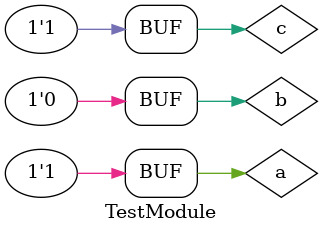
<source format=v>
`timescale 1ns / 1ps

module TestModule;
  // Inputs
  reg a;
  reg b;
  reg c;

  // Outputs
  wire d0;
  wire d1;
  wire d2;
  wire d3;
  wire d4;
  wire d5;
  wire d6;
  wire d7;

  // Instantiate the Unit Under Test (UUT)
  Decoder uut (
  .a(a),
  .b(b),
  .c(c),
  .d0(d0),
  .d1(d1),
  .d2(d2),
  .d3(d3),
  .d4(d4),
  .d5(d5),
  .d6(d6),
  .d7(d7)
  );
  initial begin
    $dumpfile("dump.vcd");
    $dumpvars(1); // Xilinx will not generate these two lines
    // Initialize Inputs
    a = 0;
    b = 0;
    c = 0;
    // Wait 100 ns for global reset to finish
    #100;
    a = 1;
    b = 0;
    c = 1;
    // Wait 100 ns for global reset to finish
    #100;
  end
endmodule

</source>
